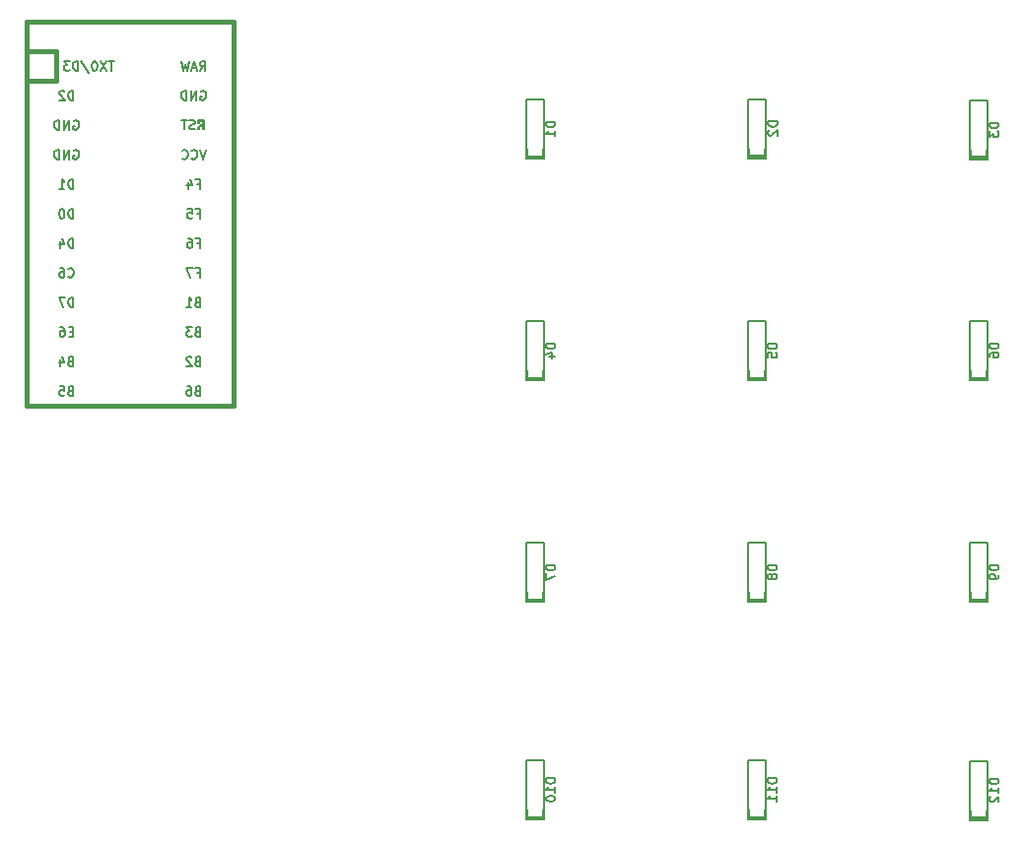
<source format=gbo>
G04 #@! TF.GenerationSoftware,KiCad,Pcbnew,(5.1.4)-1*
G04 #@! TF.CreationDate,2020-08-22T19:17:11-06:00*
G04 #@! TF.ProjectId,smolPad,736d6f6c-5061-4642-9e6b-696361645f70,rev?*
G04 #@! TF.SameCoordinates,Original*
G04 #@! TF.FileFunction,Legend,Bot*
G04 #@! TF.FilePolarity,Positive*
%FSLAX46Y46*%
G04 Gerber Fmt 4.6, Leading zero omitted, Abs format (unit mm)*
G04 Created by KiCad (PCBNEW (5.1.4)-1) date 2020-08-22 19:17:11*
%MOMM*%
%LPD*%
G04 APERTURE LIST*
%ADD10C,0.381000*%
%ADD11C,0.150000*%
%ADD12C,2.352000*%
%ADD13C,2.352000*%
%ADD14C,4.089800*%
%ADD15C,1.852000*%
%ADD16R,1.854600X1.854600*%
%ADD17C,1.854600*%
%ADD18R,1.702000X1.702000*%
%ADD19C,1.702000*%
%ADD20R,1.302000X1.702000*%
G04 APERTURE END LIST*
D10*
X122400000Y-55800000D02*
X119860000Y-55800000D01*
X122400000Y-53260000D02*
X122400000Y-55800000D01*
D11*
G36*
X134794635Y-59549030D02*
G01*
X134794635Y-59649030D01*
X134894635Y-59649030D01*
X134894635Y-59549030D01*
X134794635Y-59549030D01*
G37*
X134794635Y-59549030D02*
X134794635Y-59649030D01*
X134894635Y-59649030D01*
X134894635Y-59549030D01*
X134794635Y-59549030D01*
G36*
X134994635Y-59149030D02*
G01*
X134994635Y-59949030D01*
X135094635Y-59949030D01*
X135094635Y-59149030D01*
X134994635Y-59149030D01*
G37*
X134994635Y-59149030D02*
X134994635Y-59949030D01*
X135094635Y-59949030D01*
X135094635Y-59149030D01*
X134994635Y-59149030D01*
G36*
X134594635Y-59749030D02*
G01*
X134594635Y-59949030D01*
X134694635Y-59949030D01*
X134694635Y-59749030D01*
X134594635Y-59749030D01*
G37*
X134594635Y-59749030D02*
X134594635Y-59949030D01*
X134694635Y-59949030D01*
X134694635Y-59749030D01*
X134594635Y-59749030D01*
G36*
X134594635Y-59149030D02*
G01*
X134594635Y-59449030D01*
X134694635Y-59449030D01*
X134694635Y-59149030D01*
X134594635Y-59149030D01*
G37*
X134594635Y-59149030D02*
X134594635Y-59449030D01*
X134694635Y-59449030D01*
X134694635Y-59149030D01*
X134594635Y-59149030D01*
G36*
X134594635Y-59149030D02*
G01*
X134594635Y-59249030D01*
X135094635Y-59249030D01*
X135094635Y-59149030D01*
X134594635Y-59149030D01*
G37*
X134594635Y-59149030D02*
X134594635Y-59249030D01*
X135094635Y-59249030D01*
X135094635Y-59149030D01*
X134594635Y-59149030D01*
D10*
X137640000Y-83740000D02*
X137640000Y-50720000D01*
X119860000Y-83740000D02*
X137640000Y-83740000D01*
X119860000Y-50720000D02*
X119860000Y-83740000D01*
X137640000Y-50720000D02*
X119860000Y-50720000D01*
X122400000Y-53260000D02*
X119860000Y-53260000D01*
D11*
X164274500Y-57397500D02*
X164274500Y-62477500D01*
X164274500Y-62477500D02*
X162750500Y-62477500D01*
X162750500Y-62477500D02*
X162750500Y-57397500D01*
X162750500Y-57397500D02*
X164274500Y-57397500D01*
X164274500Y-57397500D02*
X164274500Y-57905500D01*
X164274500Y-62096500D02*
X162750500Y-62096500D01*
X162750500Y-62223500D02*
X164274500Y-62223500D01*
X164274500Y-62350500D02*
X162750500Y-62350500D01*
X162750500Y-61969500D02*
X164274500Y-61969500D01*
X164274500Y-61842500D02*
X162750500Y-61842500D01*
X164274500Y-61715500D02*
X162750500Y-61715500D01*
X183362000Y-61678000D02*
X181838000Y-61678000D01*
X183362000Y-61805000D02*
X181838000Y-61805000D01*
X181838000Y-61932000D02*
X183362000Y-61932000D01*
X183362000Y-62313000D02*
X181838000Y-62313000D01*
X181838000Y-62186000D02*
X183362000Y-62186000D01*
X183362000Y-62059000D02*
X181838000Y-62059000D01*
X183362000Y-57360000D02*
X183362000Y-57868000D01*
X181838000Y-57360000D02*
X183362000Y-57360000D01*
X181838000Y-62440000D02*
X181838000Y-57360000D01*
X183362000Y-62440000D02*
X181838000Y-62440000D01*
X183362000Y-57360000D02*
X183362000Y-62440000D01*
X202374500Y-57460000D02*
X202374500Y-62540000D01*
X202374500Y-62540000D02*
X200850500Y-62540000D01*
X200850500Y-62540000D02*
X200850500Y-57460000D01*
X200850500Y-57460000D02*
X202374500Y-57460000D01*
X202374500Y-57460000D02*
X202374500Y-57968000D01*
X202374500Y-62159000D02*
X200850500Y-62159000D01*
X200850500Y-62286000D02*
X202374500Y-62286000D01*
X202374500Y-62413000D02*
X200850500Y-62413000D01*
X200850500Y-62032000D02*
X202374500Y-62032000D01*
X202374500Y-61905000D02*
X200850500Y-61905000D01*
X202374500Y-61778000D02*
X200850500Y-61778000D01*
X164274500Y-80770500D02*
X162750500Y-80770500D01*
X164274500Y-80897500D02*
X162750500Y-80897500D01*
X162750500Y-81024500D02*
X164274500Y-81024500D01*
X164274500Y-81405500D02*
X162750500Y-81405500D01*
X162750500Y-81278500D02*
X164274500Y-81278500D01*
X164274500Y-81151500D02*
X162750500Y-81151500D01*
X164274500Y-76452500D02*
X164274500Y-76960500D01*
X162750500Y-76452500D02*
X164274500Y-76452500D01*
X162750500Y-81532500D02*
X162750500Y-76452500D01*
X164274500Y-81532500D02*
X162750500Y-81532500D01*
X164274500Y-76452500D02*
X164274500Y-81532500D01*
X183324500Y-76460000D02*
X183324500Y-81540000D01*
X183324500Y-81540000D02*
X181800500Y-81540000D01*
X181800500Y-81540000D02*
X181800500Y-76460000D01*
X181800500Y-76460000D02*
X183324500Y-76460000D01*
X183324500Y-76460000D02*
X183324500Y-76968000D01*
X183324500Y-81159000D02*
X181800500Y-81159000D01*
X181800500Y-81286000D02*
X183324500Y-81286000D01*
X183324500Y-81413000D02*
X181800500Y-81413000D01*
X181800500Y-81032000D02*
X183324500Y-81032000D01*
X183324500Y-80905000D02*
X181800500Y-80905000D01*
X183324500Y-80778000D02*
X181800500Y-80778000D01*
X202374500Y-80770500D02*
X200850500Y-80770500D01*
X202374500Y-80897500D02*
X200850500Y-80897500D01*
X200850500Y-81024500D02*
X202374500Y-81024500D01*
X202374500Y-81405500D02*
X200850500Y-81405500D01*
X200850500Y-81278500D02*
X202374500Y-81278500D01*
X202374500Y-81151500D02*
X200850500Y-81151500D01*
X202374500Y-76452500D02*
X202374500Y-76960500D01*
X200850500Y-76452500D02*
X202374500Y-76452500D01*
X200850500Y-81532500D02*
X200850500Y-76452500D01*
X202374500Y-81532500D02*
X200850500Y-81532500D01*
X202374500Y-76452500D02*
X202374500Y-81532500D01*
X164274500Y-95502500D02*
X164274500Y-100582500D01*
X164274500Y-100582500D02*
X162750500Y-100582500D01*
X162750500Y-100582500D02*
X162750500Y-95502500D01*
X162750500Y-95502500D02*
X164274500Y-95502500D01*
X164274500Y-95502500D02*
X164274500Y-96010500D01*
X164274500Y-100201500D02*
X162750500Y-100201500D01*
X162750500Y-100328500D02*
X164274500Y-100328500D01*
X164274500Y-100455500D02*
X162750500Y-100455500D01*
X162750500Y-100074500D02*
X164274500Y-100074500D01*
X164274500Y-99947500D02*
X162750500Y-99947500D01*
X164274500Y-99820500D02*
X162750500Y-99820500D01*
X183324500Y-99820500D02*
X181800500Y-99820500D01*
X183324500Y-99947500D02*
X181800500Y-99947500D01*
X181800500Y-100074500D02*
X183324500Y-100074500D01*
X183324500Y-100455500D02*
X181800500Y-100455500D01*
X181800500Y-100328500D02*
X183324500Y-100328500D01*
X183324500Y-100201500D02*
X181800500Y-100201500D01*
X183324500Y-95502500D02*
X183324500Y-96010500D01*
X181800500Y-95502500D02*
X183324500Y-95502500D01*
X181800500Y-100582500D02*
X181800500Y-95502500D01*
X183324500Y-100582500D02*
X181800500Y-100582500D01*
X183324500Y-95502500D02*
X183324500Y-100582500D01*
X202374500Y-95502500D02*
X202374500Y-100582500D01*
X202374500Y-100582500D02*
X200850500Y-100582500D01*
X200850500Y-100582500D02*
X200850500Y-95502500D01*
X200850500Y-95502500D02*
X202374500Y-95502500D01*
X202374500Y-95502500D02*
X202374500Y-96010500D01*
X202374500Y-100201500D02*
X200850500Y-100201500D01*
X200850500Y-100328500D02*
X202374500Y-100328500D01*
X202374500Y-100455500D02*
X200850500Y-100455500D01*
X200850500Y-100074500D02*
X202374500Y-100074500D01*
X202374500Y-99947500D02*
X200850500Y-99947500D01*
X202374500Y-99820500D02*
X200850500Y-99820500D01*
X164274500Y-118528000D02*
X162750500Y-118528000D01*
X164274500Y-118655000D02*
X162750500Y-118655000D01*
X162750500Y-118782000D02*
X164274500Y-118782000D01*
X164274500Y-119163000D02*
X162750500Y-119163000D01*
X162750500Y-119036000D02*
X164274500Y-119036000D01*
X164274500Y-118909000D02*
X162750500Y-118909000D01*
X164274500Y-114210000D02*
X164274500Y-114718000D01*
X162750500Y-114210000D02*
X164274500Y-114210000D01*
X162750500Y-119290000D02*
X162750500Y-114210000D01*
X164274500Y-119290000D02*
X162750500Y-119290000D01*
X164274500Y-114210000D02*
X164274500Y-119290000D01*
X183324500Y-114210000D02*
X183324500Y-119290000D01*
X183324500Y-119290000D02*
X181800500Y-119290000D01*
X181800500Y-119290000D02*
X181800500Y-114210000D01*
X181800500Y-114210000D02*
X183324500Y-114210000D01*
X183324500Y-114210000D02*
X183324500Y-114718000D01*
X183324500Y-118909000D02*
X181800500Y-118909000D01*
X181800500Y-119036000D02*
X183324500Y-119036000D01*
X183324500Y-119163000D02*
X181800500Y-119163000D01*
X181800500Y-118782000D02*
X183324500Y-118782000D01*
X183324500Y-118655000D02*
X181800500Y-118655000D01*
X183324500Y-118528000D02*
X181800500Y-118528000D01*
X202374500Y-118578000D02*
X200850500Y-118578000D01*
X202374500Y-118705000D02*
X200850500Y-118705000D01*
X200850500Y-118832000D02*
X202374500Y-118832000D01*
X202374500Y-119213000D02*
X200850500Y-119213000D01*
X200850500Y-119086000D02*
X202374500Y-119086000D01*
X202374500Y-118959000D02*
X200850500Y-118959000D01*
X202374500Y-114260000D02*
X202374500Y-114768000D01*
X200850500Y-114260000D02*
X202374500Y-114260000D01*
X200850500Y-119340000D02*
X200850500Y-114260000D01*
X202374500Y-119340000D02*
X200850500Y-119340000D01*
X202374500Y-114260000D02*
X202374500Y-119340000D01*
X123879476Y-57431904D02*
X123879476Y-56631904D01*
X123689000Y-56631904D01*
X123574714Y-56670000D01*
X123498523Y-56746190D01*
X123460428Y-56822380D01*
X123422333Y-56974761D01*
X123422333Y-57089047D01*
X123460428Y-57241428D01*
X123498523Y-57317619D01*
X123574714Y-57393809D01*
X123689000Y-57431904D01*
X123879476Y-57431904D01*
X123117571Y-56708095D02*
X123079476Y-56670000D01*
X123003285Y-56631904D01*
X122812809Y-56631904D01*
X122736619Y-56670000D01*
X122698523Y-56708095D01*
X122660428Y-56784285D01*
X122660428Y-56860476D01*
X122698523Y-56974761D01*
X123155666Y-57431904D01*
X122660428Y-57431904D01*
X123879476Y-67591904D02*
X123879476Y-66791904D01*
X123689000Y-66791904D01*
X123574714Y-66830000D01*
X123498523Y-66906190D01*
X123460428Y-66982380D01*
X123422333Y-67134761D01*
X123422333Y-67249047D01*
X123460428Y-67401428D01*
X123498523Y-67477619D01*
X123574714Y-67553809D01*
X123689000Y-67591904D01*
X123879476Y-67591904D01*
X122927095Y-66791904D02*
X122850904Y-66791904D01*
X122774714Y-66830000D01*
X122736619Y-66868095D01*
X122698523Y-66944285D01*
X122660428Y-67096666D01*
X122660428Y-67287142D01*
X122698523Y-67439523D01*
X122736619Y-67515714D01*
X122774714Y-67553809D01*
X122850904Y-67591904D01*
X122927095Y-67591904D01*
X123003285Y-67553809D01*
X123041380Y-67515714D01*
X123079476Y-67439523D01*
X123117571Y-67287142D01*
X123117571Y-67096666D01*
X123079476Y-66944285D01*
X123041380Y-66868095D01*
X123003285Y-66830000D01*
X122927095Y-66791904D01*
X123879476Y-65051904D02*
X123879476Y-64251904D01*
X123689000Y-64251904D01*
X123574714Y-64290000D01*
X123498523Y-64366190D01*
X123460428Y-64442380D01*
X123422333Y-64594761D01*
X123422333Y-64709047D01*
X123460428Y-64861428D01*
X123498523Y-64937619D01*
X123574714Y-65013809D01*
X123689000Y-65051904D01*
X123879476Y-65051904D01*
X122660428Y-65051904D02*
X123117571Y-65051904D01*
X122889000Y-65051904D02*
X122889000Y-64251904D01*
X122965190Y-64366190D01*
X123041380Y-64442380D01*
X123117571Y-64480476D01*
X123898523Y-61750000D02*
X123974714Y-61711904D01*
X124089000Y-61711904D01*
X124203285Y-61750000D01*
X124279476Y-61826190D01*
X124317571Y-61902380D01*
X124355666Y-62054761D01*
X124355666Y-62169047D01*
X124317571Y-62321428D01*
X124279476Y-62397619D01*
X124203285Y-62473809D01*
X124089000Y-62511904D01*
X124012809Y-62511904D01*
X123898523Y-62473809D01*
X123860428Y-62435714D01*
X123860428Y-62169047D01*
X124012809Y-62169047D01*
X123517571Y-62511904D02*
X123517571Y-61711904D01*
X123060428Y-62511904D01*
X123060428Y-61711904D01*
X122679476Y-62511904D02*
X122679476Y-61711904D01*
X122489000Y-61711904D01*
X122374714Y-61750000D01*
X122298523Y-61826190D01*
X122260428Y-61902380D01*
X122222333Y-62054761D01*
X122222333Y-62169047D01*
X122260428Y-62321428D01*
X122298523Y-62397619D01*
X122374714Y-62473809D01*
X122489000Y-62511904D01*
X122679476Y-62511904D01*
X123898523Y-59210000D02*
X123974714Y-59171904D01*
X124089000Y-59171904D01*
X124203285Y-59210000D01*
X124279476Y-59286190D01*
X124317571Y-59362380D01*
X124355666Y-59514761D01*
X124355666Y-59629047D01*
X124317571Y-59781428D01*
X124279476Y-59857619D01*
X124203285Y-59933809D01*
X124089000Y-59971904D01*
X124012809Y-59971904D01*
X123898523Y-59933809D01*
X123860428Y-59895714D01*
X123860428Y-59629047D01*
X124012809Y-59629047D01*
X123517571Y-59971904D02*
X123517571Y-59171904D01*
X123060428Y-59971904D01*
X123060428Y-59171904D01*
X122679476Y-59971904D02*
X122679476Y-59171904D01*
X122489000Y-59171904D01*
X122374714Y-59210000D01*
X122298523Y-59286190D01*
X122260428Y-59362380D01*
X122222333Y-59514761D01*
X122222333Y-59629047D01*
X122260428Y-59781428D01*
X122298523Y-59857619D01*
X122374714Y-59933809D01*
X122489000Y-59971904D01*
X122679476Y-59971904D01*
X123879476Y-70131904D02*
X123879476Y-69331904D01*
X123689000Y-69331904D01*
X123574714Y-69370000D01*
X123498523Y-69446190D01*
X123460428Y-69522380D01*
X123422333Y-69674761D01*
X123422333Y-69789047D01*
X123460428Y-69941428D01*
X123498523Y-70017619D01*
X123574714Y-70093809D01*
X123689000Y-70131904D01*
X123879476Y-70131904D01*
X122736619Y-69598571D02*
X122736619Y-70131904D01*
X122927095Y-69293809D02*
X123117571Y-69865238D01*
X122622333Y-69865238D01*
X123422333Y-72595714D02*
X123460428Y-72633809D01*
X123574714Y-72671904D01*
X123650904Y-72671904D01*
X123765190Y-72633809D01*
X123841380Y-72557619D01*
X123879476Y-72481428D01*
X123917571Y-72329047D01*
X123917571Y-72214761D01*
X123879476Y-72062380D01*
X123841380Y-71986190D01*
X123765190Y-71910000D01*
X123650904Y-71871904D01*
X123574714Y-71871904D01*
X123460428Y-71910000D01*
X123422333Y-71948095D01*
X122736619Y-71871904D02*
X122889000Y-71871904D01*
X122965190Y-71910000D01*
X123003285Y-71948095D01*
X123079476Y-72062380D01*
X123117571Y-72214761D01*
X123117571Y-72519523D01*
X123079476Y-72595714D01*
X123041380Y-72633809D01*
X122965190Y-72671904D01*
X122812809Y-72671904D01*
X122736619Y-72633809D01*
X122698523Y-72595714D01*
X122660428Y-72519523D01*
X122660428Y-72329047D01*
X122698523Y-72252857D01*
X122736619Y-72214761D01*
X122812809Y-72176666D01*
X122965190Y-72176666D01*
X123041380Y-72214761D01*
X123079476Y-72252857D01*
X123117571Y-72329047D01*
X123879476Y-75211904D02*
X123879476Y-74411904D01*
X123689000Y-74411904D01*
X123574714Y-74450000D01*
X123498523Y-74526190D01*
X123460428Y-74602380D01*
X123422333Y-74754761D01*
X123422333Y-74869047D01*
X123460428Y-75021428D01*
X123498523Y-75097619D01*
X123574714Y-75173809D01*
X123689000Y-75211904D01*
X123879476Y-75211904D01*
X123155666Y-74411904D02*
X122622333Y-74411904D01*
X122965190Y-75211904D01*
X123841380Y-77332857D02*
X123574714Y-77332857D01*
X123460428Y-77751904D02*
X123841380Y-77751904D01*
X123841380Y-76951904D01*
X123460428Y-76951904D01*
X122774714Y-76951904D02*
X122927095Y-76951904D01*
X123003285Y-76990000D01*
X123041380Y-77028095D01*
X123117571Y-77142380D01*
X123155666Y-77294761D01*
X123155666Y-77599523D01*
X123117571Y-77675714D01*
X123079476Y-77713809D01*
X123003285Y-77751904D01*
X122850904Y-77751904D01*
X122774714Y-77713809D01*
X122736619Y-77675714D01*
X122698523Y-77599523D01*
X122698523Y-77409047D01*
X122736619Y-77332857D01*
X122774714Y-77294761D01*
X122850904Y-77256666D01*
X123003285Y-77256666D01*
X123079476Y-77294761D01*
X123117571Y-77332857D01*
X123155666Y-77409047D01*
X123612809Y-79872857D02*
X123498523Y-79910952D01*
X123460428Y-79949047D01*
X123422333Y-80025238D01*
X123422333Y-80139523D01*
X123460428Y-80215714D01*
X123498523Y-80253809D01*
X123574714Y-80291904D01*
X123879476Y-80291904D01*
X123879476Y-79491904D01*
X123612809Y-79491904D01*
X123536619Y-79530000D01*
X123498523Y-79568095D01*
X123460428Y-79644285D01*
X123460428Y-79720476D01*
X123498523Y-79796666D01*
X123536619Y-79834761D01*
X123612809Y-79872857D01*
X123879476Y-79872857D01*
X122736619Y-79758571D02*
X122736619Y-80291904D01*
X122927095Y-79453809D02*
X123117571Y-80025238D01*
X122622333Y-80025238D01*
X123612809Y-82412857D02*
X123498523Y-82450952D01*
X123460428Y-82489047D01*
X123422333Y-82565238D01*
X123422333Y-82679523D01*
X123460428Y-82755714D01*
X123498523Y-82793809D01*
X123574714Y-82831904D01*
X123879476Y-82831904D01*
X123879476Y-82031904D01*
X123612809Y-82031904D01*
X123536619Y-82070000D01*
X123498523Y-82108095D01*
X123460428Y-82184285D01*
X123460428Y-82260476D01*
X123498523Y-82336666D01*
X123536619Y-82374761D01*
X123612809Y-82412857D01*
X123879476Y-82412857D01*
X122698523Y-82031904D02*
X123079476Y-82031904D01*
X123117571Y-82412857D01*
X123079476Y-82374761D01*
X123003285Y-82336666D01*
X122812809Y-82336666D01*
X122736619Y-82374761D01*
X122698523Y-82412857D01*
X122660428Y-82489047D01*
X122660428Y-82679523D01*
X122698523Y-82755714D01*
X122736619Y-82793809D01*
X122812809Y-82831904D01*
X123003285Y-82831904D01*
X123079476Y-82793809D01*
X123117571Y-82755714D01*
X134534809Y-82412857D02*
X134420523Y-82450952D01*
X134382428Y-82489047D01*
X134344333Y-82565238D01*
X134344333Y-82679523D01*
X134382428Y-82755714D01*
X134420523Y-82793809D01*
X134496714Y-82831904D01*
X134801476Y-82831904D01*
X134801476Y-82031904D01*
X134534809Y-82031904D01*
X134458619Y-82070000D01*
X134420523Y-82108095D01*
X134382428Y-82184285D01*
X134382428Y-82260476D01*
X134420523Y-82336666D01*
X134458619Y-82374761D01*
X134534809Y-82412857D01*
X134801476Y-82412857D01*
X133658619Y-82031904D02*
X133811000Y-82031904D01*
X133887190Y-82070000D01*
X133925285Y-82108095D01*
X134001476Y-82222380D01*
X134039571Y-82374761D01*
X134039571Y-82679523D01*
X134001476Y-82755714D01*
X133963380Y-82793809D01*
X133887190Y-82831904D01*
X133734809Y-82831904D01*
X133658619Y-82793809D01*
X133620523Y-82755714D01*
X133582428Y-82679523D01*
X133582428Y-82489047D01*
X133620523Y-82412857D01*
X133658619Y-82374761D01*
X133734809Y-82336666D01*
X133887190Y-82336666D01*
X133963380Y-82374761D01*
X134001476Y-82412857D01*
X134039571Y-82489047D01*
X134534809Y-77332857D02*
X134420523Y-77370952D01*
X134382428Y-77409047D01*
X134344333Y-77485238D01*
X134344333Y-77599523D01*
X134382428Y-77675714D01*
X134420523Y-77713809D01*
X134496714Y-77751904D01*
X134801476Y-77751904D01*
X134801476Y-76951904D01*
X134534809Y-76951904D01*
X134458619Y-76990000D01*
X134420523Y-77028095D01*
X134382428Y-77104285D01*
X134382428Y-77180476D01*
X134420523Y-77256666D01*
X134458619Y-77294761D01*
X134534809Y-77332857D01*
X134801476Y-77332857D01*
X134077666Y-76951904D02*
X133582428Y-76951904D01*
X133849095Y-77256666D01*
X133734809Y-77256666D01*
X133658619Y-77294761D01*
X133620523Y-77332857D01*
X133582428Y-77409047D01*
X133582428Y-77599523D01*
X133620523Y-77675714D01*
X133658619Y-77713809D01*
X133734809Y-77751904D01*
X133963380Y-77751904D01*
X134039571Y-77713809D01*
X134077666Y-77675714D01*
X134534809Y-74792857D02*
X134420523Y-74830952D01*
X134382428Y-74869047D01*
X134344333Y-74945238D01*
X134344333Y-75059523D01*
X134382428Y-75135714D01*
X134420523Y-75173809D01*
X134496714Y-75211904D01*
X134801476Y-75211904D01*
X134801476Y-74411904D01*
X134534809Y-74411904D01*
X134458619Y-74450000D01*
X134420523Y-74488095D01*
X134382428Y-74564285D01*
X134382428Y-74640476D01*
X134420523Y-74716666D01*
X134458619Y-74754761D01*
X134534809Y-74792857D01*
X134801476Y-74792857D01*
X133582428Y-75211904D02*
X134039571Y-75211904D01*
X133811000Y-75211904D02*
X133811000Y-74411904D01*
X133887190Y-74526190D01*
X133963380Y-74602380D01*
X134039571Y-74640476D01*
X134477666Y-64632857D02*
X134744333Y-64632857D01*
X134744333Y-65051904D02*
X134744333Y-64251904D01*
X134363380Y-64251904D01*
X133715761Y-64518571D02*
X133715761Y-65051904D01*
X133906238Y-64213809D02*
X134096714Y-64785238D01*
X133601476Y-64785238D01*
X135277666Y-61711904D02*
X135011000Y-62511904D01*
X134744333Y-61711904D01*
X134020523Y-62435714D02*
X134058619Y-62473809D01*
X134172904Y-62511904D01*
X134249095Y-62511904D01*
X134363380Y-62473809D01*
X134439571Y-62397619D01*
X134477666Y-62321428D01*
X134515761Y-62169047D01*
X134515761Y-62054761D01*
X134477666Y-61902380D01*
X134439571Y-61826190D01*
X134363380Y-61750000D01*
X134249095Y-61711904D01*
X134172904Y-61711904D01*
X134058619Y-61750000D01*
X134020523Y-61788095D01*
X133220523Y-62435714D02*
X133258619Y-62473809D01*
X133372904Y-62511904D01*
X133449095Y-62511904D01*
X133563380Y-62473809D01*
X133639571Y-62397619D01*
X133677666Y-62321428D01*
X133715761Y-62169047D01*
X133715761Y-62054761D01*
X133677666Y-61902380D01*
X133639571Y-61826190D01*
X133563380Y-61750000D01*
X133449095Y-61711904D01*
X133372904Y-61711904D01*
X133258619Y-61750000D01*
X133220523Y-61788095D01*
X134820523Y-56670000D02*
X134896714Y-56631904D01*
X135011000Y-56631904D01*
X135125285Y-56670000D01*
X135201476Y-56746190D01*
X135239571Y-56822380D01*
X135277666Y-56974761D01*
X135277666Y-57089047D01*
X135239571Y-57241428D01*
X135201476Y-57317619D01*
X135125285Y-57393809D01*
X135011000Y-57431904D01*
X134934809Y-57431904D01*
X134820523Y-57393809D01*
X134782428Y-57355714D01*
X134782428Y-57089047D01*
X134934809Y-57089047D01*
X134439571Y-57431904D02*
X134439571Y-56631904D01*
X133982428Y-57431904D01*
X133982428Y-56631904D01*
X133601476Y-57431904D02*
X133601476Y-56631904D01*
X133411000Y-56631904D01*
X133296714Y-56670000D01*
X133220523Y-56746190D01*
X133182428Y-56822380D01*
X133144333Y-56974761D01*
X133144333Y-57089047D01*
X133182428Y-57241428D01*
X133220523Y-57317619D01*
X133296714Y-57393809D01*
X133411000Y-57431904D01*
X133601476Y-57431904D01*
X134763380Y-54891904D02*
X135030047Y-54510952D01*
X135220523Y-54891904D02*
X135220523Y-54091904D01*
X134915761Y-54091904D01*
X134839571Y-54130000D01*
X134801476Y-54168095D01*
X134763380Y-54244285D01*
X134763380Y-54358571D01*
X134801476Y-54434761D01*
X134839571Y-54472857D01*
X134915761Y-54510952D01*
X135220523Y-54510952D01*
X134458619Y-54663333D02*
X134077666Y-54663333D01*
X134534809Y-54891904D02*
X134268142Y-54091904D01*
X134001476Y-54891904D01*
X133811000Y-54091904D02*
X133620523Y-54891904D01*
X133468142Y-54320476D01*
X133315761Y-54891904D01*
X133125285Y-54091904D01*
X134477666Y-67172857D02*
X134744333Y-67172857D01*
X134744333Y-67591904D02*
X134744333Y-66791904D01*
X134363380Y-66791904D01*
X133677666Y-66791904D02*
X134058619Y-66791904D01*
X134096714Y-67172857D01*
X134058619Y-67134761D01*
X133982428Y-67096666D01*
X133791952Y-67096666D01*
X133715761Y-67134761D01*
X133677666Y-67172857D01*
X133639571Y-67249047D01*
X133639571Y-67439523D01*
X133677666Y-67515714D01*
X133715761Y-67553809D01*
X133791952Y-67591904D01*
X133982428Y-67591904D01*
X134058619Y-67553809D01*
X134096714Y-67515714D01*
X134477666Y-69712857D02*
X134744333Y-69712857D01*
X134744333Y-70131904D02*
X134744333Y-69331904D01*
X134363380Y-69331904D01*
X133715761Y-69331904D02*
X133868142Y-69331904D01*
X133944333Y-69370000D01*
X133982428Y-69408095D01*
X134058619Y-69522380D01*
X134096714Y-69674761D01*
X134096714Y-69979523D01*
X134058619Y-70055714D01*
X134020523Y-70093809D01*
X133944333Y-70131904D01*
X133791952Y-70131904D01*
X133715761Y-70093809D01*
X133677666Y-70055714D01*
X133639571Y-69979523D01*
X133639571Y-69789047D01*
X133677666Y-69712857D01*
X133715761Y-69674761D01*
X133791952Y-69636666D01*
X133944333Y-69636666D01*
X134020523Y-69674761D01*
X134058619Y-69712857D01*
X134096714Y-69789047D01*
X134477666Y-72252857D02*
X134744333Y-72252857D01*
X134744333Y-72671904D02*
X134744333Y-71871904D01*
X134363380Y-71871904D01*
X134134809Y-71871904D02*
X133601476Y-71871904D01*
X133944333Y-72671904D01*
X134534809Y-79872857D02*
X134420523Y-79910952D01*
X134382428Y-79949047D01*
X134344333Y-80025238D01*
X134344333Y-80139523D01*
X134382428Y-80215714D01*
X134420523Y-80253809D01*
X134496714Y-80291904D01*
X134801476Y-80291904D01*
X134801476Y-79491904D01*
X134534809Y-79491904D01*
X134458619Y-79530000D01*
X134420523Y-79568095D01*
X134382428Y-79644285D01*
X134382428Y-79720476D01*
X134420523Y-79796666D01*
X134458619Y-79834761D01*
X134534809Y-79872857D01*
X134801476Y-79872857D01*
X134039571Y-79568095D02*
X134001476Y-79530000D01*
X133925285Y-79491904D01*
X133734809Y-79491904D01*
X133658619Y-79530000D01*
X133620523Y-79568095D01*
X133582428Y-79644285D01*
X133582428Y-79720476D01*
X133620523Y-79834761D01*
X134077666Y-80291904D01*
X133582428Y-80291904D01*
X127368604Y-54091904D02*
X126911461Y-54091904D01*
X127140032Y-54891904D02*
X127140032Y-54091904D01*
X126720985Y-54091904D02*
X126187651Y-54891904D01*
X126187651Y-54091904D02*
X126720985Y-54891904D01*
X125730508Y-54091904D02*
X125654318Y-54091904D01*
X125578128Y-54130000D01*
X125540032Y-54168095D01*
X125501937Y-54244285D01*
X125463842Y-54396666D01*
X125463842Y-54587142D01*
X125501937Y-54739523D01*
X125540032Y-54815714D01*
X125578128Y-54853809D01*
X125654318Y-54891904D01*
X125730508Y-54891904D01*
X125806699Y-54853809D01*
X125844794Y-54815714D01*
X125882889Y-54739523D01*
X125920985Y-54587142D01*
X125920985Y-54396666D01*
X125882889Y-54244285D01*
X125844794Y-54168095D01*
X125806699Y-54130000D01*
X125730508Y-54091904D01*
X124549556Y-54053809D02*
X125235270Y-55082380D01*
X124282889Y-54891904D02*
X124282889Y-54091904D01*
X124092413Y-54091904D01*
X123978128Y-54130000D01*
X123901937Y-54206190D01*
X123863842Y-54282380D01*
X123825747Y-54434761D01*
X123825747Y-54549047D01*
X123863842Y-54701428D01*
X123901937Y-54777619D01*
X123978128Y-54853809D01*
X124092413Y-54891904D01*
X124282889Y-54891904D01*
X123559080Y-54091904D02*
X123063842Y-54091904D01*
X123330508Y-54396666D01*
X123216223Y-54396666D01*
X123140032Y-54434761D01*
X123101937Y-54472857D01*
X123063842Y-54549047D01*
X123063842Y-54739523D01*
X123101937Y-54815714D01*
X123140032Y-54853809D01*
X123216223Y-54891904D01*
X123444794Y-54891904D01*
X123520985Y-54853809D01*
X123559080Y-54815714D01*
X134323333Y-59913809D02*
X134209047Y-59951904D01*
X134018571Y-59951904D01*
X133942380Y-59913809D01*
X133904285Y-59875714D01*
X133866190Y-59799523D01*
X133866190Y-59723333D01*
X133904285Y-59647142D01*
X133942380Y-59609047D01*
X134018571Y-59570952D01*
X134170952Y-59532857D01*
X134247142Y-59494761D01*
X134285238Y-59456666D01*
X134323333Y-59380476D01*
X134323333Y-59304285D01*
X134285238Y-59228095D01*
X134247142Y-59190000D01*
X134170952Y-59151904D01*
X133980476Y-59151904D01*
X133866190Y-59190000D01*
X133637619Y-59151904D02*
X133180476Y-59151904D01*
X133409047Y-59951904D02*
X133409047Y-59151904D01*
X165274404Y-59321623D02*
X164474404Y-59321623D01*
X164474404Y-59512100D01*
X164512500Y-59626385D01*
X164588690Y-59702576D01*
X164664880Y-59740671D01*
X164817261Y-59778766D01*
X164931547Y-59778766D01*
X165083928Y-59740671D01*
X165160119Y-59702576D01*
X165236309Y-59626385D01*
X165274404Y-59512100D01*
X165274404Y-59321623D01*
X165274404Y-60540671D02*
X165274404Y-60083528D01*
X165274404Y-60312100D02*
X164474404Y-60312100D01*
X164588690Y-60235909D01*
X164664880Y-60159719D01*
X164702976Y-60083528D01*
X184361904Y-59284123D02*
X183561904Y-59284123D01*
X183561904Y-59474600D01*
X183600000Y-59588885D01*
X183676190Y-59665076D01*
X183752380Y-59703171D01*
X183904761Y-59741266D01*
X184019047Y-59741266D01*
X184171428Y-59703171D01*
X184247619Y-59665076D01*
X184323809Y-59588885D01*
X184361904Y-59474600D01*
X184361904Y-59284123D01*
X183638095Y-60046028D02*
X183600000Y-60084123D01*
X183561904Y-60160314D01*
X183561904Y-60350790D01*
X183600000Y-60426980D01*
X183638095Y-60465076D01*
X183714285Y-60503171D01*
X183790476Y-60503171D01*
X183904761Y-60465076D01*
X184361904Y-60007933D01*
X184361904Y-60503171D01*
X203374404Y-59384123D02*
X202574404Y-59384123D01*
X202574404Y-59574600D01*
X202612500Y-59688885D01*
X202688690Y-59765076D01*
X202764880Y-59803171D01*
X202917261Y-59841266D01*
X203031547Y-59841266D01*
X203183928Y-59803171D01*
X203260119Y-59765076D01*
X203336309Y-59688885D01*
X203374404Y-59574600D01*
X203374404Y-59384123D01*
X202574404Y-60107933D02*
X202574404Y-60603171D01*
X202879166Y-60336504D01*
X202879166Y-60450790D01*
X202917261Y-60526980D01*
X202955357Y-60565076D01*
X203031547Y-60603171D01*
X203222023Y-60603171D01*
X203298214Y-60565076D01*
X203336309Y-60526980D01*
X203374404Y-60450790D01*
X203374404Y-60222219D01*
X203336309Y-60146028D01*
X203298214Y-60107933D01*
X165274404Y-78376623D02*
X164474404Y-78376623D01*
X164474404Y-78567100D01*
X164512500Y-78681385D01*
X164588690Y-78757576D01*
X164664880Y-78795671D01*
X164817261Y-78833766D01*
X164931547Y-78833766D01*
X165083928Y-78795671D01*
X165160119Y-78757576D01*
X165236309Y-78681385D01*
X165274404Y-78567100D01*
X165274404Y-78376623D01*
X164741071Y-79519480D02*
X165274404Y-79519480D01*
X164436309Y-79329004D02*
X165007738Y-79138528D01*
X165007738Y-79633766D01*
X184324404Y-78384123D02*
X183524404Y-78384123D01*
X183524404Y-78574600D01*
X183562500Y-78688885D01*
X183638690Y-78765076D01*
X183714880Y-78803171D01*
X183867261Y-78841266D01*
X183981547Y-78841266D01*
X184133928Y-78803171D01*
X184210119Y-78765076D01*
X184286309Y-78688885D01*
X184324404Y-78574600D01*
X184324404Y-78384123D01*
X183524404Y-79565076D02*
X183524404Y-79184123D01*
X183905357Y-79146028D01*
X183867261Y-79184123D01*
X183829166Y-79260314D01*
X183829166Y-79450790D01*
X183867261Y-79526980D01*
X183905357Y-79565076D01*
X183981547Y-79603171D01*
X184172023Y-79603171D01*
X184248214Y-79565076D01*
X184286309Y-79526980D01*
X184324404Y-79450790D01*
X184324404Y-79260314D01*
X184286309Y-79184123D01*
X184248214Y-79146028D01*
X203374404Y-78376623D02*
X202574404Y-78376623D01*
X202574404Y-78567100D01*
X202612500Y-78681385D01*
X202688690Y-78757576D01*
X202764880Y-78795671D01*
X202917261Y-78833766D01*
X203031547Y-78833766D01*
X203183928Y-78795671D01*
X203260119Y-78757576D01*
X203336309Y-78681385D01*
X203374404Y-78567100D01*
X203374404Y-78376623D01*
X202574404Y-79519480D02*
X202574404Y-79367100D01*
X202612500Y-79290909D01*
X202650595Y-79252814D01*
X202764880Y-79176623D01*
X202917261Y-79138528D01*
X203222023Y-79138528D01*
X203298214Y-79176623D01*
X203336309Y-79214719D01*
X203374404Y-79290909D01*
X203374404Y-79443290D01*
X203336309Y-79519480D01*
X203298214Y-79557576D01*
X203222023Y-79595671D01*
X203031547Y-79595671D01*
X202955357Y-79557576D01*
X202917261Y-79519480D01*
X202879166Y-79443290D01*
X202879166Y-79290909D01*
X202917261Y-79214719D01*
X202955357Y-79176623D01*
X203031547Y-79138528D01*
X165274404Y-97426623D02*
X164474404Y-97426623D01*
X164474404Y-97617100D01*
X164512500Y-97731385D01*
X164588690Y-97807576D01*
X164664880Y-97845671D01*
X164817261Y-97883766D01*
X164931547Y-97883766D01*
X165083928Y-97845671D01*
X165160119Y-97807576D01*
X165236309Y-97731385D01*
X165274404Y-97617100D01*
X165274404Y-97426623D01*
X164474404Y-98150433D02*
X164474404Y-98683766D01*
X165274404Y-98340909D01*
X184324404Y-97426623D02*
X183524404Y-97426623D01*
X183524404Y-97617100D01*
X183562500Y-97731385D01*
X183638690Y-97807576D01*
X183714880Y-97845671D01*
X183867261Y-97883766D01*
X183981547Y-97883766D01*
X184133928Y-97845671D01*
X184210119Y-97807576D01*
X184286309Y-97731385D01*
X184324404Y-97617100D01*
X184324404Y-97426623D01*
X183867261Y-98340909D02*
X183829166Y-98264719D01*
X183791071Y-98226623D01*
X183714880Y-98188528D01*
X183676785Y-98188528D01*
X183600595Y-98226623D01*
X183562500Y-98264719D01*
X183524404Y-98340909D01*
X183524404Y-98493290D01*
X183562500Y-98569480D01*
X183600595Y-98607576D01*
X183676785Y-98645671D01*
X183714880Y-98645671D01*
X183791071Y-98607576D01*
X183829166Y-98569480D01*
X183867261Y-98493290D01*
X183867261Y-98340909D01*
X183905357Y-98264719D01*
X183943452Y-98226623D01*
X184019642Y-98188528D01*
X184172023Y-98188528D01*
X184248214Y-98226623D01*
X184286309Y-98264719D01*
X184324404Y-98340909D01*
X184324404Y-98493290D01*
X184286309Y-98569480D01*
X184248214Y-98607576D01*
X184172023Y-98645671D01*
X184019642Y-98645671D01*
X183943452Y-98607576D01*
X183905357Y-98569480D01*
X183867261Y-98493290D01*
X203374404Y-97426623D02*
X202574404Y-97426623D01*
X202574404Y-97617100D01*
X202612500Y-97731385D01*
X202688690Y-97807576D01*
X202764880Y-97845671D01*
X202917261Y-97883766D01*
X203031547Y-97883766D01*
X203183928Y-97845671D01*
X203260119Y-97807576D01*
X203336309Y-97731385D01*
X203374404Y-97617100D01*
X203374404Y-97426623D01*
X203374404Y-98264719D02*
X203374404Y-98417100D01*
X203336309Y-98493290D01*
X203298214Y-98531385D01*
X203183928Y-98607576D01*
X203031547Y-98645671D01*
X202726785Y-98645671D01*
X202650595Y-98607576D01*
X202612500Y-98569480D01*
X202574404Y-98493290D01*
X202574404Y-98340909D01*
X202612500Y-98264719D01*
X202650595Y-98226623D01*
X202726785Y-98188528D01*
X202917261Y-98188528D01*
X202993452Y-98226623D01*
X203031547Y-98264719D01*
X203069642Y-98340909D01*
X203069642Y-98493290D01*
X203031547Y-98569480D01*
X202993452Y-98607576D01*
X202917261Y-98645671D01*
X165274404Y-115753171D02*
X164474404Y-115753171D01*
X164474404Y-115943647D01*
X164512500Y-116057933D01*
X164588690Y-116134123D01*
X164664880Y-116172219D01*
X164817261Y-116210314D01*
X164931547Y-116210314D01*
X165083928Y-116172219D01*
X165160119Y-116134123D01*
X165236309Y-116057933D01*
X165274404Y-115943647D01*
X165274404Y-115753171D01*
X165274404Y-116972219D02*
X165274404Y-116515076D01*
X165274404Y-116743647D02*
X164474404Y-116743647D01*
X164588690Y-116667457D01*
X164664880Y-116591266D01*
X164702976Y-116515076D01*
X164474404Y-117467457D02*
X164474404Y-117543647D01*
X164512500Y-117619838D01*
X164550595Y-117657933D01*
X164626785Y-117696028D01*
X164779166Y-117734123D01*
X164969642Y-117734123D01*
X165122023Y-117696028D01*
X165198214Y-117657933D01*
X165236309Y-117619838D01*
X165274404Y-117543647D01*
X165274404Y-117467457D01*
X165236309Y-117391266D01*
X165198214Y-117353171D01*
X165122023Y-117315076D01*
X164969642Y-117276980D01*
X164779166Y-117276980D01*
X164626785Y-117315076D01*
X164550595Y-117353171D01*
X164512500Y-117391266D01*
X164474404Y-117467457D01*
X184324404Y-115753171D02*
X183524404Y-115753171D01*
X183524404Y-115943647D01*
X183562500Y-116057933D01*
X183638690Y-116134123D01*
X183714880Y-116172219D01*
X183867261Y-116210314D01*
X183981547Y-116210314D01*
X184133928Y-116172219D01*
X184210119Y-116134123D01*
X184286309Y-116057933D01*
X184324404Y-115943647D01*
X184324404Y-115753171D01*
X184324404Y-116972219D02*
X184324404Y-116515076D01*
X184324404Y-116743647D02*
X183524404Y-116743647D01*
X183638690Y-116667457D01*
X183714880Y-116591266D01*
X183752976Y-116515076D01*
X184324404Y-117734123D02*
X184324404Y-117276980D01*
X184324404Y-117505552D02*
X183524404Y-117505552D01*
X183638690Y-117429361D01*
X183714880Y-117353171D01*
X183752976Y-117276980D01*
X203374404Y-115803171D02*
X202574404Y-115803171D01*
X202574404Y-115993647D01*
X202612500Y-116107933D01*
X202688690Y-116184123D01*
X202764880Y-116222219D01*
X202917261Y-116260314D01*
X203031547Y-116260314D01*
X203183928Y-116222219D01*
X203260119Y-116184123D01*
X203336309Y-116107933D01*
X203374404Y-115993647D01*
X203374404Y-115803171D01*
X203374404Y-117022219D02*
X203374404Y-116565076D01*
X203374404Y-116793647D02*
X202574404Y-116793647D01*
X202688690Y-116717457D01*
X202764880Y-116641266D01*
X202802976Y-116565076D01*
X202650595Y-117326980D02*
X202612500Y-117365076D01*
X202574404Y-117441266D01*
X202574404Y-117631742D01*
X202612500Y-117707933D01*
X202650595Y-117746028D01*
X202726785Y-117784123D01*
X202802976Y-117784123D01*
X202917261Y-117746028D01*
X203374404Y-117288885D01*
X203374404Y-117784123D01*
%LPC*%
D12*
X157520000Y-93210000D03*
D13*
X157500000Y-93500000D02*
X157540000Y-92920000D01*
D12*
X157540000Y-92920000D03*
X151845001Y-94730000D03*
D13*
X151190000Y-95460000D02*
X152500002Y-94000000D01*
D14*
X155000000Y-98000000D03*
D12*
X152500000Y-94000000D03*
D15*
X149920000Y-98000000D03*
X160080000Y-98000000D03*
X160080000Y-117000000D03*
X149920000Y-117000000D03*
D12*
X152500000Y-113000000D03*
D14*
X155000000Y-117000000D03*
D12*
X151845001Y-113730000D03*
D13*
X151190000Y-114460000D02*
X152500002Y-113000000D01*
D12*
X157540000Y-111920000D03*
X157520000Y-112210000D03*
D13*
X157500000Y-112500000D02*
X157540000Y-111920000D01*
D12*
X195520000Y-74210000D03*
D13*
X195500000Y-74500000D02*
X195540000Y-73920000D01*
D12*
X195540000Y-73920000D03*
X189845001Y-75730000D03*
D13*
X189190000Y-76460000D02*
X190500002Y-75000000D01*
D14*
X193000000Y-79000000D03*
D12*
X190500000Y-75000000D03*
D15*
X187920000Y-79000000D03*
X198080000Y-79000000D03*
X179080000Y-98000000D03*
X168920000Y-98000000D03*
D12*
X171500000Y-94000000D03*
D14*
X174000000Y-98000000D03*
D12*
X170845001Y-94730000D03*
D13*
X170190000Y-95460000D02*
X171500002Y-94000000D01*
D12*
X176540000Y-92920000D03*
X176520000Y-93210000D03*
D13*
X176500000Y-93500000D02*
X176540000Y-92920000D01*
D12*
X176520000Y-112210000D03*
D13*
X176500000Y-112500000D02*
X176540000Y-111920000D01*
D12*
X176540000Y-111920000D03*
X170845001Y-113730000D03*
D13*
X170190000Y-114460000D02*
X171500002Y-113000000D01*
D14*
X174000000Y-117000000D03*
D12*
X171500000Y-113000000D03*
D15*
X168920000Y-117000000D03*
X179080000Y-117000000D03*
D12*
X176520000Y-55210000D03*
D13*
X176500000Y-55500000D02*
X176540000Y-54920000D01*
D12*
X176540000Y-54920000D03*
X170845001Y-56730000D03*
D13*
X170190000Y-57460000D02*
X171500002Y-56000000D01*
D14*
X174000000Y-60000000D03*
D12*
X171500000Y-56000000D03*
D15*
X168920000Y-60000000D03*
X179080000Y-60000000D03*
X160080000Y-79000000D03*
X149920000Y-79000000D03*
D12*
X152500000Y-75000000D03*
D14*
X155000000Y-79000000D03*
D12*
X151845001Y-75730000D03*
D13*
X151190000Y-76460000D02*
X152500002Y-75000000D01*
D12*
X157540000Y-73920000D03*
X157520000Y-74210000D03*
D13*
X157500000Y-74500000D02*
X157540000Y-73920000D01*
D12*
X157520000Y-55210000D03*
D13*
X157500000Y-55500000D02*
X157540000Y-54920000D01*
D12*
X157540000Y-54920000D03*
X151845001Y-56730000D03*
D13*
X151190000Y-57460000D02*
X152500002Y-56000000D01*
D14*
X155000000Y-60000000D03*
D12*
X152500000Y-56000000D03*
D15*
X149920000Y-60000000D03*
X160080000Y-60000000D03*
X198080000Y-60000000D03*
X187920000Y-60000000D03*
D12*
X190500000Y-56000000D03*
D14*
X193000000Y-60000000D03*
D12*
X189845001Y-56730000D03*
D13*
X189190000Y-57460000D02*
X190500002Y-56000000D01*
D12*
X195540000Y-54920000D03*
X195520000Y-55210000D03*
D13*
X195500000Y-55500000D02*
X195540000Y-54920000D01*
D15*
X179080000Y-79000000D03*
X168920000Y-79000000D03*
D12*
X171500000Y-75000000D03*
D14*
X174000000Y-79000000D03*
D12*
X170845001Y-75730000D03*
D13*
X170190000Y-76460000D02*
X171500002Y-75000000D01*
D12*
X176540000Y-73920000D03*
X176520000Y-74210000D03*
D13*
X176500000Y-74500000D02*
X176540000Y-73920000D01*
D12*
X195520000Y-93210000D03*
D13*
X195500000Y-93500000D02*
X195540000Y-92920000D01*
D12*
X195540000Y-92920000D03*
X189845001Y-94730000D03*
D13*
X189190000Y-95460000D02*
X190500002Y-94000000D01*
D14*
X193000000Y-98000000D03*
D12*
X190500000Y-94000000D03*
D15*
X187920000Y-98000000D03*
X198080000Y-98000000D03*
X198080000Y-117000000D03*
X187920000Y-117000000D03*
D12*
X190500000Y-113000000D03*
D14*
X193000000Y-117000000D03*
D12*
X189845001Y-113730000D03*
D13*
X189190000Y-114460000D02*
X190500002Y-113000000D01*
D12*
X195540000Y-111920000D03*
X195520000Y-112210000D03*
D13*
X195500000Y-112500000D02*
X195540000Y-111920000D01*
D16*
X121130000Y-54530000D03*
D17*
X121130000Y-57070000D03*
X121130000Y-59610000D03*
X121130000Y-62150000D03*
X121130000Y-64690000D03*
X121130000Y-67230000D03*
X121130000Y-69770000D03*
X121130000Y-72310000D03*
X121130000Y-74850000D03*
X121130000Y-77390000D03*
X121130000Y-79930000D03*
X136370000Y-82470000D03*
X136370000Y-79930000D03*
X136370000Y-77390000D03*
X136370000Y-74850000D03*
X136370000Y-72310000D03*
X136370000Y-69770000D03*
X136370000Y-67230000D03*
X136370000Y-64690000D03*
X136370000Y-62150000D03*
X136370000Y-59610000D03*
X136370000Y-57070000D03*
X121130000Y-82470000D03*
X136370000Y-54530000D03*
D18*
X163512500Y-63837500D03*
D19*
X163512500Y-56037500D03*
D20*
X163512500Y-58537500D03*
X163512500Y-61337500D03*
X182600000Y-61300000D03*
X182600000Y-58500000D03*
D19*
X182600000Y-56000000D03*
D18*
X182600000Y-63800000D03*
X201612500Y-63900000D03*
D19*
X201612500Y-56100000D03*
D20*
X201612500Y-58600000D03*
X201612500Y-61400000D03*
X163512500Y-80392500D03*
X163512500Y-77592500D03*
D19*
X163512500Y-75092500D03*
D18*
X163512500Y-82892500D03*
X182562500Y-82900000D03*
D19*
X182562500Y-75100000D03*
D20*
X182562500Y-77600000D03*
X182562500Y-80400000D03*
X201612500Y-80392500D03*
X201612500Y-77592500D03*
D19*
X201612500Y-75092500D03*
D18*
X201612500Y-82892500D03*
X163512500Y-101942500D03*
D19*
X163512500Y-94142500D03*
D20*
X163512500Y-96642500D03*
X163512500Y-99442500D03*
X182562500Y-99442500D03*
X182562500Y-96642500D03*
D19*
X182562500Y-94142500D03*
D18*
X182562500Y-101942500D03*
X201612500Y-101942500D03*
D19*
X201612500Y-94142500D03*
D20*
X201612500Y-96642500D03*
X201612500Y-99442500D03*
X163512500Y-118150000D03*
X163512500Y-115350000D03*
D19*
X163512500Y-112850000D03*
D18*
X163512500Y-120650000D03*
X182562500Y-120650000D03*
D19*
X182562500Y-112850000D03*
D20*
X182562500Y-115350000D03*
X182562500Y-118150000D03*
X201612500Y-118200000D03*
X201612500Y-115400000D03*
D19*
X201612500Y-112900000D03*
D18*
X201612500Y-120700000D03*
M02*

</source>
